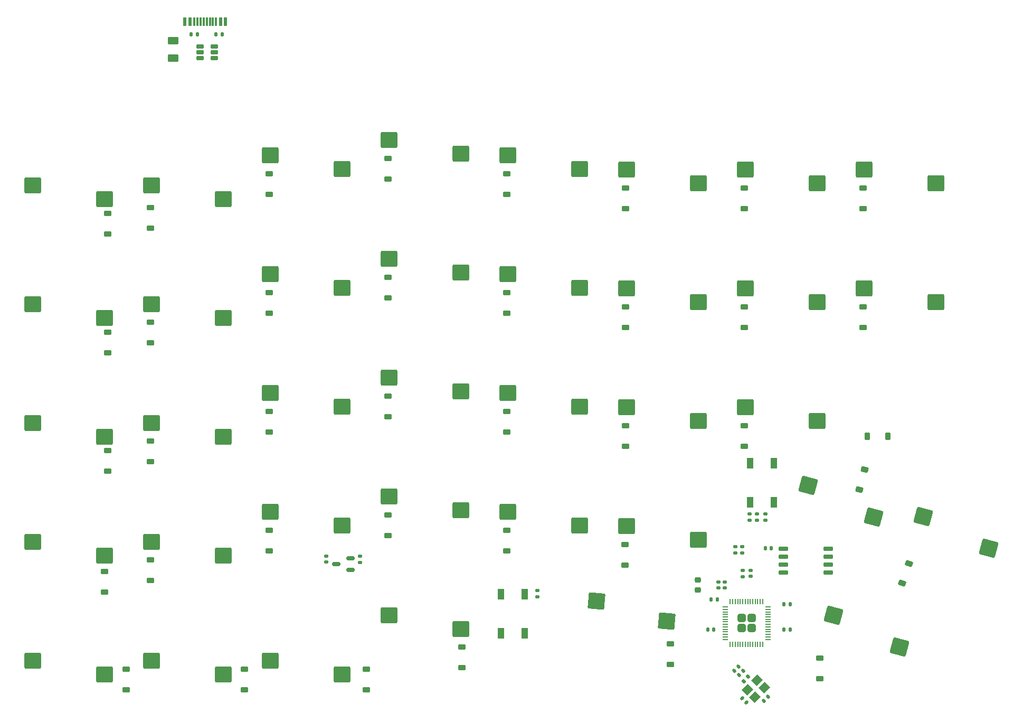
<source format=gbr>
%TF.GenerationSoftware,KiCad,Pcbnew,8.0.1-rc1*%
%TF.CreationDate,2024-04-23T13:15:56-05:00*%
%TF.ProjectId,ergomax_left,6572676f-6d61-4785-9f6c-6566742e6b69,rev?*%
%TF.SameCoordinates,Original*%
%TF.FileFunction,Paste,Bot*%
%TF.FilePolarity,Positive*%
%FSLAX46Y46*%
G04 Gerber Fmt 4.6, Leading zero omitted, Abs format (unit mm)*
G04 Created by KiCad (PCBNEW 8.0.1-rc1) date 2024-04-23 13:15:56*
%MOMM*%
%LPD*%
G01*
G04 APERTURE LIST*
G04 Aperture macros list*
%AMRoundRect*
0 Rectangle with rounded corners*
0 $1 Rounding radius*
0 $2 $3 $4 $5 $6 $7 $8 $9 X,Y pos of 4 corners*
0 Add a 4 corners polygon primitive as box body*
4,1,4,$2,$3,$4,$5,$6,$7,$8,$9,$2,$3,0*
0 Add four circle primitives for the rounded corners*
1,1,$1+$1,$2,$3*
1,1,$1+$1,$4,$5*
1,1,$1+$1,$6,$7*
1,1,$1+$1,$8,$9*
0 Add four rect primitives between the rounded corners*
20,1,$1+$1,$2,$3,$4,$5,0*
20,1,$1+$1,$4,$5,$6,$7,0*
20,1,$1+$1,$6,$7,$8,$9,0*
20,1,$1+$1,$8,$9,$2,$3,0*%
%AMRotRect*
0 Rectangle, with rotation*
0 The origin of the aperture is its center*
0 $1 length*
0 $2 width*
0 $3 Rotation angle, in degrees counterclockwise*
0 Add horizontal line*
21,1,$1,$2,0,0,$3*%
G04 Aperture macros list end*
%ADD10RoundRect,0.260000X1.065000X1.040000X-1.065000X1.040000X-1.065000X-1.040000X1.065000X-1.040000X0*%
%ADD11RoundRect,0.135000X-0.185000X0.135000X-0.185000X-0.135000X0.185000X-0.135000X0.185000X0.135000X0*%
%ADD12RoundRect,0.225000X0.375000X-0.225000X0.375000X0.225000X-0.375000X0.225000X-0.375000X-0.225000X0*%
%ADD13R,0.600000X1.450000*%
%ADD14R,0.300000X1.450000*%
%ADD15RoundRect,0.135000X0.135000X0.185000X-0.135000X0.185000X-0.135000X-0.185000X0.135000X-0.185000X0*%
%ADD16RoundRect,0.249999X0.395001X0.395001X-0.395001X0.395001X-0.395001X-0.395001X0.395001X-0.395001X0*%
%ADD17RoundRect,0.050000X0.387500X0.050000X-0.387500X0.050000X-0.387500X-0.050000X0.387500X-0.050000X0*%
%ADD18RoundRect,0.050000X0.050000X0.387500X-0.050000X0.387500X-0.050000X-0.387500X0.050000X-0.387500X0*%
%ADD19RoundRect,0.260000X-1.297883X-0.728921X0.759539X-1.280205X1.297883X0.728921X-0.759539X1.280205X0*%
%ADD20RoundRect,0.140000X-0.170000X0.140000X-0.170000X-0.140000X0.170000X-0.140000X0.170000X0.140000X0*%
%ADD21R,1.000000X1.700000*%
%ADD22RoundRect,0.260000X-1.151589X-0.943222X0.970305X-1.128863X1.151589X0.943222X-0.970305X1.128863X0*%
%ADD23RoundRect,0.135000X-0.135000X-0.185000X0.135000X-0.185000X0.135000X0.185000X-0.135000X0.185000X0*%
%ADD24RoundRect,0.140000X0.170000X-0.140000X0.170000X0.140000X-0.170000X0.140000X-0.170000X-0.140000X0*%
%ADD25RoundRect,0.140000X0.140000X0.170000X-0.140000X0.170000X-0.140000X-0.170000X0.140000X-0.170000X0*%
%ADD26RoundRect,0.140000X0.021213X-0.219203X0.219203X-0.021213X-0.021213X0.219203X-0.219203X0.021213X0*%
%ADD27RoundRect,0.250000X-0.625000X0.375000X-0.625000X-0.375000X0.625000X-0.375000X0.625000X0.375000X0*%
%ADD28RoundRect,0.135000X0.185000X-0.135000X0.185000X0.135000X-0.185000X0.135000X-0.185000X-0.135000X0*%
%ADD29RoundRect,0.140000X0.219203X0.021213X0.021213X0.219203X-0.219203X-0.021213X-0.021213X-0.219203X0*%
%ADD30RoundRect,0.225000X-0.225000X-0.375000X0.225000X-0.375000X0.225000X0.375000X-0.225000X0.375000X0*%
%ADD31RoundRect,0.135000X0.035355X-0.226274X0.226274X-0.035355X-0.035355X0.226274X-0.226274X0.035355X0*%
%ADD32RoundRect,0.140000X-0.021213X0.219203X-0.219203X0.021213X0.021213X-0.219203X0.219203X-0.021213X0*%
%ADD33RoundRect,0.150000X0.475000X0.150000X-0.475000X0.150000X-0.475000X-0.150000X0.475000X-0.150000X0*%
%ADD34RoundRect,0.225000X-0.303988X0.314390X-0.420456X-0.120276X0.303988X-0.314390X0.420456X0.120276X0*%
%ADD35RoundRect,0.150000X0.512500X0.150000X-0.512500X0.150000X-0.512500X-0.150000X0.512500X-0.150000X0*%
%ADD36RoundRect,0.225000X0.250000X-0.225000X0.250000X0.225000X-0.250000X0.225000X-0.250000X-0.225000X0*%
%ADD37RotRect,1.400000X1.200000X45.000000*%
%ADD38RoundRect,0.140000X-0.140000X-0.170000X0.140000X-0.170000X0.140000X0.170000X-0.140000X0.170000X0*%
%ADD39RoundRect,0.150000X0.650000X0.150000X-0.650000X0.150000X-0.650000X-0.150000X0.650000X-0.150000X0*%
%ADD40RoundRect,0.225000X0.275430X-0.339688X0.429339X0.083173X-0.275430X0.339688X-0.429339X-0.083173X0*%
G04 APERTURE END LIST*
D10*
%TO.C,SW14*%
X186840000Y-76073500D03*
X175350000Y-73873500D03*
%TD*%
D11*
%TO.C,R4*%
X157000000Y-109990000D03*
X157000000Y-111010000D03*
%TD*%
D10*
%TO.C,SW15*%
X42000000Y-76350000D03*
X53490000Y-78550000D03*
%TD*%
D12*
%TO.C,D20*%
X137100003Y-99162500D03*
X137100003Y-95862500D03*
%TD*%
D10*
%TO.C,SW29*%
X72540000Y-116650000D03*
X61050000Y-114450000D03*
%TD*%
%TO.C,SW33*%
X53490000Y-135700000D03*
X42000000Y-133500000D03*
%TD*%
D13*
%TO.C,J1*%
X66429999Y-31095000D03*
X67230000Y-31094998D03*
D14*
X68430002Y-31094996D03*
X69430002Y-31094997D03*
X69930001Y-31094999D03*
X70930001Y-31094995D03*
D13*
X72130000Y-31094998D03*
X72930002Y-31094998D03*
X72930002Y-31094998D03*
X72130000Y-31094998D03*
D14*
X71429998Y-31094998D03*
X70430003Y-31094996D03*
X68930000Y-31094998D03*
X67929999Y-31094999D03*
D13*
X67230000Y-31094998D03*
X66429999Y-31095000D03*
%TD*%
D10*
%TO.C,SW10*%
X91590000Y-73787499D03*
X80100000Y-71587499D03*
%TD*%
%TO.C,SW27*%
X148740000Y-114173500D03*
X137250000Y-111973500D03*
%TD*%
D12*
%TO.C,D12*%
X137100003Y-80112500D03*
X137100003Y-76812500D03*
%TD*%
%TO.C,D15*%
X54000000Y-84150000D03*
X54000000Y-80850000D03*
%TD*%
D15*
%TO.C,R1*%
X68435685Y-33114561D03*
X67415685Y-33114561D03*
%TD*%
D10*
%TO.C,SW8*%
X72540000Y-59499999D03*
X61050000Y-57299999D03*
%TD*%
%TO.C,SW2*%
X91590000Y-54737499D03*
X80100000Y-52537499D03*
%TD*%
%TO.C,SW35*%
X91590000Y-135700000D03*
X80100000Y-133500000D03*
%TD*%
D16*
%TO.C,U3*%
X157300000Y-128300000D03*
X157300000Y-126700000D03*
X155700000Y-128300000D03*
X155700000Y-126700000D03*
D17*
X159937500Y-124900000D03*
X159937500Y-125300000D03*
X159937500Y-125700000D03*
X159937500Y-126100000D03*
X159937500Y-126500000D03*
X159937500Y-126900000D03*
X159937500Y-127300000D03*
X159937500Y-127700000D03*
X159937500Y-128100000D03*
X159937500Y-128500000D03*
X159937500Y-128900000D03*
X159937500Y-129300000D03*
X159937500Y-129700000D03*
X159937500Y-130100000D03*
D18*
X159100000Y-130937500D03*
X158700000Y-130937500D03*
X158300000Y-130937500D03*
X157900000Y-130937500D03*
X157500000Y-130937500D03*
X157100000Y-130937500D03*
X156700000Y-130937500D03*
X156300000Y-130937500D03*
X155900000Y-130937500D03*
X155500000Y-130937500D03*
X155100000Y-130937500D03*
X154700000Y-130937500D03*
X154300000Y-130937500D03*
X153900000Y-130937500D03*
D17*
X153062500Y-130100000D03*
X153062500Y-129700000D03*
X153062500Y-129300000D03*
X153062500Y-128900000D03*
X153062500Y-128500000D03*
X153062500Y-128100000D03*
X153062500Y-127700000D03*
X153062500Y-127300000D03*
X153062500Y-126900000D03*
X153062500Y-126500000D03*
X153062500Y-126100000D03*
X153062500Y-125700000D03*
X153062500Y-125300000D03*
X153062500Y-124900000D03*
D18*
X153900000Y-124062500D03*
X154300000Y-124062500D03*
X154700000Y-124062500D03*
X155100000Y-124062500D03*
X155500000Y-124062500D03*
X155900000Y-124062500D03*
X156300000Y-124062500D03*
X156700000Y-124062500D03*
X157100000Y-124062500D03*
X157500000Y-124062500D03*
X157900000Y-124062500D03*
X158300000Y-124062500D03*
X158700000Y-124062500D03*
X159100000Y-124062500D03*
%TD*%
D12*
%TO.C,D21*%
X156150003Y-99162500D03*
X156150003Y-95862500D03*
%TD*%
%TO.C,D29*%
X60900003Y-120689000D03*
X60900003Y-117389000D03*
%TD*%
%TO.C,D24*%
X99000003Y-113450000D03*
X99000003Y-110150000D03*
%TD*%
D19*
%TO.C,SW31*%
X184842510Y-110370599D03*
X195371596Y-115469466D03*
%TD*%
D10*
%TO.C,SW11*%
X129690000Y-73787499D03*
X118200000Y-71587499D03*
%TD*%
%TO.C,SW5*%
X167790000Y-57023500D03*
X156300000Y-54823500D03*
%TD*%
D12*
%TO.C,D34*%
X75999999Y-138150000D03*
X76000001Y-134850000D03*
%TD*%
D10*
%TO.C,SW6*%
X186840000Y-57023500D03*
X175350000Y-54823500D03*
%TD*%
D12*
%TO.C,D16*%
X60900003Y-82589000D03*
X60900003Y-79289000D03*
%TD*%
D10*
%TO.C,SW16*%
X72540000Y-78550000D03*
X61050000Y-76350000D03*
%TD*%
D20*
%TO.C,C15*%
X157204713Y-119045815D03*
X157204711Y-120005813D03*
%TD*%
D21*
%TO.C,BOOT1*%
X157099993Y-101849995D03*
X157100004Y-108149995D03*
X160899996Y-101850005D03*
X160900007Y-108150005D03*
%TD*%
D12*
%TO.C,D27*%
X136999999Y-118212505D03*
X137000001Y-114912495D03*
%TD*%
D22*
%TO.C,SW36*%
X143677818Y-127140986D03*
X132423284Y-123947932D03*
%TD*%
D10*
%TO.C,SW28*%
X42000000Y-114450000D03*
X53490000Y-116650000D03*
%TD*%
%TO.C,SW21*%
X167790000Y-95123500D03*
X156300000Y-92923500D03*
%TD*%
D12*
%TO.C,D17*%
X99000003Y-94400000D03*
X99000003Y-91100000D03*
%TD*%
D10*
%TO.C,SW34*%
X72540000Y-135700000D03*
X61050000Y-133500000D03*
%TD*%
D19*
%TO.C,SW38*%
X170470912Y-126240999D03*
X180999998Y-131339866D03*
%TD*%
D12*
%TO.C,D23*%
X60900003Y-101639000D03*
X60900003Y-98339000D03*
%TD*%
D10*
%TO.C,SW22*%
X42000000Y-95400000D03*
X53490000Y-97600000D03*
%TD*%
D23*
%TO.C,R2*%
X71429659Y-33144076D03*
X72449659Y-33144076D03*
%TD*%
D10*
%TO.C,SW3*%
X129690000Y-54737499D03*
X118200000Y-52537499D03*
%TD*%
D24*
%TO.C,C11*%
X151999998Y-121856772D03*
X152000002Y-120896774D03*
%TD*%
D25*
%TO.C,C6*%
X151800000Y-123700000D03*
X150840000Y-123700000D03*
%TD*%
D12*
%TO.C,D26*%
X118050003Y-115926500D03*
X118050003Y-112626500D03*
%TD*%
D10*
%TO.C,SW1*%
X110640000Y-52261000D03*
X99150000Y-50061000D03*
%TD*%
D19*
%TO.C,SW30*%
X166365571Y-105412874D03*
X176894657Y-110511741D03*
%TD*%
D10*
%TO.C,SW23*%
X72540000Y-97600000D03*
X61050000Y-95400000D03*
%TD*%
D24*
%TO.C,C2*%
X94507448Y-117754044D03*
X94507452Y-116794046D03*
%TD*%
D10*
%TO.C,SW26*%
X129690000Y-111887500D03*
X118200000Y-109687500D03*
%TD*%
D12*
%TO.C,D2*%
X79950003Y-58776499D03*
X79950003Y-55476499D03*
%TD*%
D11*
%TO.C,R9*%
X154750000Y-115249108D03*
X154750000Y-116269108D03*
%TD*%
D26*
%TO.C,C3*%
X159260460Y-139954563D03*
X159939288Y-139275737D03*
%TD*%
D12*
%TO.C,D22*%
X54000000Y-103150000D03*
X54000000Y-99850000D03*
%TD*%
D11*
%TO.C,R8*%
X155814639Y-115249108D03*
X155814639Y-116269108D03*
%TD*%
D12*
%TO.C,D7*%
X54000000Y-65150000D03*
X54000000Y-61850000D03*
%TD*%
D11*
%TO.C,R6*%
X159500000Y-109990000D03*
X159500000Y-111010000D03*
%TD*%
D12*
%TO.C,D6*%
X175200003Y-61062500D03*
X175200003Y-57762500D03*
%TD*%
D27*
%TO.C,F1*%
X64500000Y-34100000D03*
X64500000Y-36900000D03*
%TD*%
D28*
%TO.C,R3*%
X123000000Y-123260000D03*
X123000000Y-122240000D03*
%TD*%
D12*
%TO.C,D1*%
X99000006Y-56300000D03*
X99000000Y-53000000D03*
%TD*%
D24*
%TO.C,C12*%
X155904660Y-120026598D03*
X155904664Y-119066600D03*
%TD*%
D12*
%TO.C,D14*%
X175200006Y-80112502D03*
X175200000Y-76812498D03*
%TD*%
D29*
%TO.C,C4*%
X156456357Y-140229537D03*
X155777527Y-139550699D03*
%TD*%
D12*
%TO.C,D38*%
X168249998Y-136400003D03*
X168250002Y-133099997D03*
%TD*%
D10*
%TO.C,SW32*%
X110640000Y-128461000D03*
X99150000Y-126261000D03*
%TD*%
D30*
%TO.C,D37*%
X175850000Y-97499998D03*
X179150000Y-97500002D03*
%TD*%
D12*
%TO.C,D35*%
X95499996Y-138150002D03*
X95500004Y-134849998D03*
%TD*%
%TO.C,D9*%
X99000003Y-75350000D03*
X99000003Y-72050000D03*
%TD*%
D25*
%TO.C,C7*%
X151230000Y-128498855D03*
X150270000Y-128498855D03*
%TD*%
D31*
%TO.C,R7*%
X156051773Y-136784244D03*
X156773025Y-136062996D03*
%TD*%
D32*
%TO.C,C10*%
X155960365Y-135160590D03*
X155281543Y-135839410D03*
%TD*%
D33*
%TO.C,U2*%
X71174999Y-35050001D03*
X71175000Y-36000000D03*
X71175001Y-36949999D03*
X68825001Y-36949999D03*
X68825000Y-36000000D03*
X68824999Y-35050001D03*
%TD*%
D34*
%TO.C,D30*%
X175427049Y-102906222D03*
X174572951Y-106093778D03*
%TD*%
D35*
%TO.C,U1*%
X93000000Y-117100000D03*
X93000000Y-119000000D03*
X90725000Y-118050000D03*
%TD*%
D12*
%TO.C,D32*%
X110838615Y-134642999D03*
X110838623Y-131342995D03*
%TD*%
%TO.C,D5*%
X156150003Y-61062500D03*
X156150003Y-57762500D03*
%TD*%
D10*
%TO.C,SW18*%
X91590000Y-92837500D03*
X80100000Y-90637500D03*
%TD*%
D12*
%TO.C,D25*%
X79950003Y-115926500D03*
X79950003Y-112626500D03*
%TD*%
%TO.C,D3*%
X118050003Y-58776499D03*
X118050003Y-55476499D03*
%TD*%
%TO.C,D8*%
X60900005Y-64149999D03*
X60900001Y-60850001D03*
%TD*%
D24*
%TO.C,C1*%
X89088994Y-117702682D03*
X89088996Y-116742684D03*
%TD*%
D10*
%TO.C,SW4*%
X148740000Y-57023500D03*
X137250000Y-54823500D03*
%TD*%
D12*
%TO.C,D28*%
X53500000Y-122500000D03*
X53500000Y-119200000D03*
%TD*%
D10*
%TO.C,SW25*%
X91590000Y-111887500D03*
X80100000Y-109687500D03*
%TD*%
D12*
%TO.C,D11*%
X118050003Y-77826499D03*
X118050003Y-74526499D03*
%TD*%
D24*
%TO.C,C14*%
X152999996Y-121856772D03*
X153000000Y-120896774D03*
%TD*%
D25*
%TO.C,C13*%
X160500000Y-115500000D03*
X159540002Y-115499998D03*
%TD*%
D10*
%TO.C,SW24*%
X110640000Y-109411000D03*
X99150000Y-107211000D03*
%TD*%
D36*
%TO.C,C5*%
X148702601Y-122151773D03*
X148702589Y-120601773D03*
%TD*%
D10*
%TO.C,SW13*%
X167790000Y-76073500D03*
X156300000Y-73873500D03*
%TD*%
D37*
%TO.C,Y1*%
X156621148Y-138176773D03*
X158176778Y-136621138D03*
X159378852Y-137823227D03*
X157823222Y-139378862D03*
%TD*%
D10*
%TO.C,SW17*%
X110640000Y-90361000D03*
X99150000Y-88161000D03*
%TD*%
D28*
%TO.C,R5*%
X158210551Y-111028770D03*
X158210551Y-110008770D03*
%TD*%
D12*
%TO.C,D19*%
X118050003Y-96876500D03*
X118050003Y-93576500D03*
%TD*%
D32*
%TO.C,C16*%
X155228191Y-134450188D03*
X154549369Y-135129008D03*
%TD*%
D10*
%TO.C,SW12*%
X148740000Y-76073500D03*
X137250000Y-73873500D03*
%TD*%
D21*
%TO.C,RST1*%
X117099996Y-122849998D03*
X117100004Y-129149999D03*
X120899996Y-122850001D03*
X120900004Y-129150002D03*
%TD*%
D12*
%TO.C,D36*%
X144253046Y-134150001D03*
X144253052Y-130849999D03*
%TD*%
D10*
%TO.C,SW9*%
X110640000Y-71311000D03*
X99150000Y-69111000D03*
%TD*%
D12*
%TO.C,D18*%
X79950003Y-96876500D03*
X79950003Y-93576500D03*
%TD*%
D10*
%TO.C,SW19*%
X129690000Y-92837500D03*
X118200000Y-90637500D03*
%TD*%
D12*
%TO.C,D10*%
X79950003Y-77826499D03*
X79950003Y-74526499D03*
%TD*%
D38*
%TO.C,C8*%
X162520001Y-128499999D03*
X163479999Y-128500001D03*
%TD*%
D39*
%TO.C,U4*%
X169600000Y-115595000D03*
X169600000Y-116865000D03*
X169600000Y-118135000D03*
X169600000Y-119405000D03*
X162400000Y-119405000D03*
X162400000Y-118135000D03*
X162400000Y-116865000D03*
X162400000Y-115595000D03*
%TD*%
D12*
%TO.C,D4*%
X137100003Y-61062500D03*
X137100003Y-57762500D03*
%TD*%
D40*
%TO.C,D31*%
X181435367Y-121043608D03*
X182564029Y-117942616D03*
%TD*%
D12*
%TO.C,D33*%
X56999996Y-138150002D03*
X57000004Y-134849998D03*
%TD*%
D10*
%TO.C,SW7*%
X42000000Y-57299999D03*
X53490000Y-59499999D03*
%TD*%
D38*
%TO.C,C9*%
X162520001Y-124499999D03*
X163479999Y-124500001D03*
%TD*%
D12*
%TO.C,D13*%
X156150003Y-80112500D03*
X156150003Y-76812500D03*
%TD*%
D10*
%TO.C,SW20*%
X148740000Y-95123500D03*
X137250000Y-92923500D03*
%TD*%
M02*

</source>
